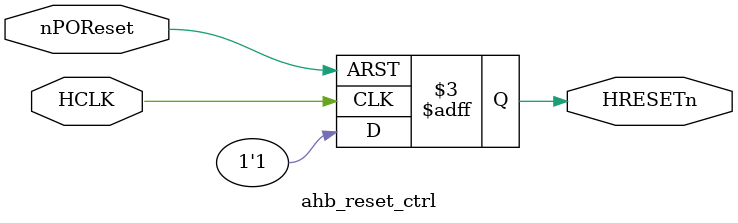
<source format=v>


//  This program is distributed in the hope that it will be useful,
//  but WITHOUT ANY WARRANTY; without even the implied warranty of
//  MERCHANTABILITY or FITNESS FOR A PARTICULAR PURPOSE.  See the
//  GNU General Public License for more details.

//  You should have received a copy of the GNU General Public License along
//  with this program; if not, write to the Free Software Foundation, Inc.,
//  51 Franklin St
`ifndef AHB_RESET_CTRL_V
`define AHB_RESET_CTRL_V

module ahb_reset_ctrl(
  // ----------------
  // Input signals //
  // ----------------
  //
  // HPB clock
  input HCLK,
  // Power-on reset: Power-on reset input. This active lOW signal causes a 
  // cold reset when LOW. Can be asserted asynchronously to HCLK. The source
  // of the nPOReset signal is implementation-dependent.
  input nPOReset,
  // The watchdog clock domain reset input. (Ignored in our implementation)
  // input WDOGRES, 

  // -----------------
  // Output signals //
  // -----------------
  //
  // The watchdog clock domain reset output. In this implementation we treat
  // WDOGRESn as the same with HRESETn. (Ignored in our implementation)
  // output WDOGRESn,
  // The system reset output
  output reg HRESETn
);

// Treat WDOGRESn the same as HRESETn
// assign WDOGRESn = HRESETn;

// Reset signal generation
// We assert the HRESETn asynchronously and deassert it synchronously 
always @ (posedge HCLK or negedge nPOReset) begin
  if(!nPOReset) begin
    HRESETn <= 0;
  end
  else begin
    HRESETn <= 1;
  end
end

endmodule



`endif

</source>
